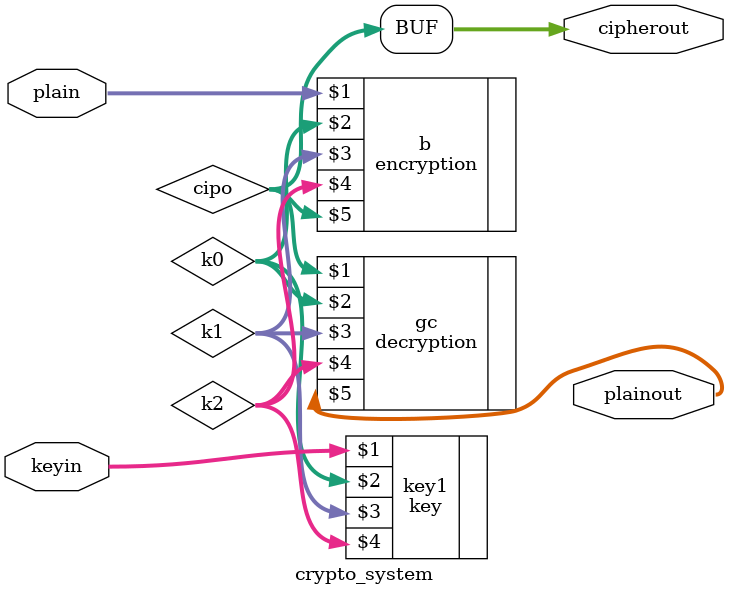
<source format=v>
module crypto_system(plain,keyin,cipherout,plainout);
input [15:0]plain,keyin;
output [15:0]cipherout,plainout;

wire [15:0] k0,k1,k2,cipo;
key key1(keyin,k0,k1,k2);
encryption b(plain,k0,k1,k2,cipo);
assign cipherout = cipo;
decryption gc(cipo,k0,k1,k2,plainout);

endmodule 
</source>
